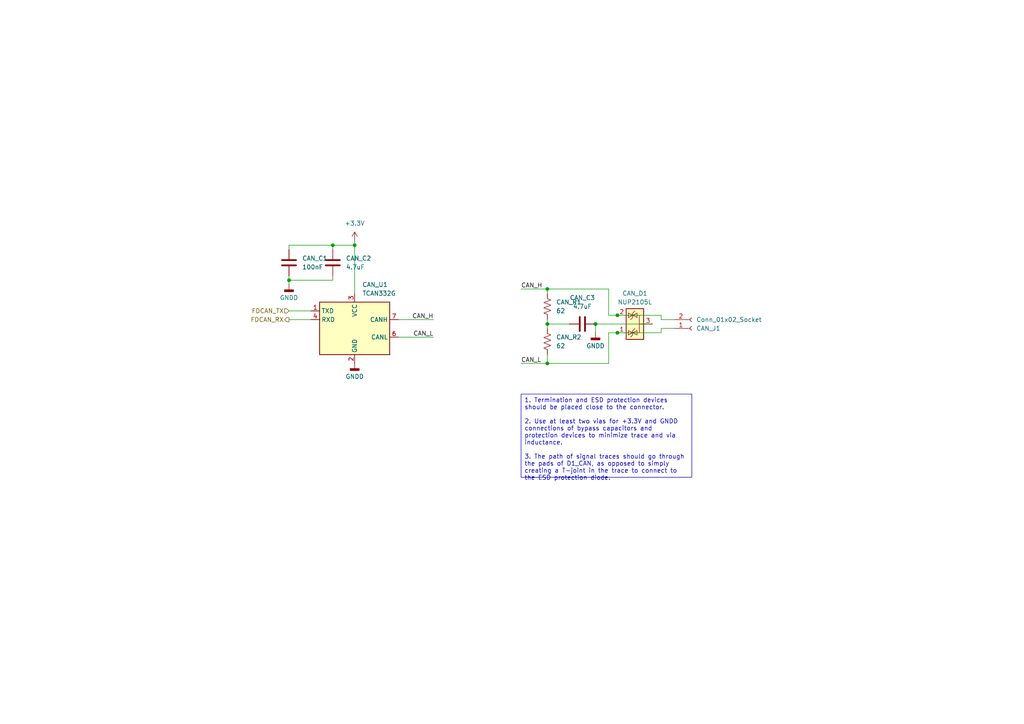
<source format=kicad_sch>
(kicad_sch (version 20231120) (generator "eeschema") (generator_version "8.0")
  (paper "A4")
  (lib_symbols
    (symbol "Connector:Conn_01x02_Socket" (pin_names (offset 1.016) hide)
      (property "Reference" "J" (at 0 2.54 0))
      (property "Value" "Conn_01x02_Socket" (at 0 -5.08 0))
      (symbol "Conn_01x02_Socket_1_1"
        (arc (start 0 -2.032) (mid -0.5058 -2.54) (end 0 -3.048) (stroke (width 0.1524)))
        (polyline (pts (xy -1.27 -2.54) (xy -0.508 -2.54)) (stroke (width 0.1524)))
        (polyline (pts (xy -1.27 0) (xy -0.508 0)) (stroke (width 0.1524)))
        (arc (start 0 0.508) (mid -0.5058 0) (end 0 -0.508) (stroke (width 0.1524)))
        (pin passive line (at -5.08 0 0) (length 3.81) (name "Pin_1") (number "1"))
        (pin passive line (at -5.08 -2.54 0) (length 3.81) (name "Pin_2") (number "2"))
      )
    )
    (symbol "Device:C" (pin_numbers hide) (pin_names (offset 0.254))
      (property "Reference" "C" (at 0.635 2.54 0))
      (property "Value" "C" (at 0.635 -2.54 0))
      (symbol "C_0_1"
        (polyline (pts (xy -2.032 -0.762) (xy 2.032 -0.762)) (stroke (width 0.508)))
        (polyline (pts (xy -2.032 0.762) (xy 2.032 0.762)) (stroke (width 0.508)))
      )
      (symbol "C_1_1"
        (pin passive line (at 0 3.81 270) (length 2.794) (name "~") (number "1"))
        (pin passive line (at 0 -3.81 90) (length 2.794) (name "~") (number "2"))
      )
    )
    (symbol "Device:R_US" (pin_numbers hide) (pin_names (offset 0))
      (property "Reference" "R" (at 2.54 0 90))
      (property "Value" "R_US" (at -2.54 0 90))
      (symbol "R_US_0_1"
        (polyline (pts (xy 0 -2.286) (xy 0 -2.54)))
        (polyline (pts (xy 0 2.286) (xy 0 2.54)))
        (polyline (pts (xy 0 -0.762) (xy 1.016 -1.143) (xy 0 -1.524) (xy -1.016 -1.905) (xy 0 -2.286)))
        (polyline (pts (xy 0 0.762) (xy 1.016 0.381) (xy 0 0) (xy -1.016 -0.381) (xy 0 -0.762)))
        (polyline (pts (xy 0 2.286) (xy 1.016 1.905) (xy 0 1.524) (xy -1.016 1.143) (xy 0 0.762)))
      )
      (symbol "R_US_1_1"
        (pin passive line (at 0 3.81 270) (length 1.27) (name "~") (number "1"))
        (pin passive line (at 0 -3.81 90) (length 1.27) (name "~") (number "2"))
      )
    )
    (symbol "Interface_CAN_LIN:TCAN332G"
      (property "Reference" "U" (at -10.16 8.89 0))
      (property "Value" "TCAN332G" (at 2.54 8.89 0))
      (symbol "TCAN332G_0_1"
        (rectangle (start -10.16 7.62) (end 10.16 -7.62) (stroke (width 0.254)) (fill (type background)))
      )
      (symbol "TCAN332G_1_1"
        (pin input line (at -12.7 5.08 0) (length 2.54) (name "TXD") (number "1"))
        (pin power_in line (at 0 -10.16 90) (length 2.54) (name "GND") (number "2"))
        (pin power_in line (at 0 10.16 270) (length 2.54) (name "VCC") (number "3"))
        (pin tri_state line (at -12.7 2.54 0) (length 2.54) (name "RXD") (number "4"))
        (pin no_connect line (at -10.16 -2.54 0) (length 2.54) hide (name "NC") (number "5"))
        (pin bidirectional line (at 12.7 -2.54 180) (length 2.54) (name "CANL") (number "6"))
        (pin bidirectional line (at 12.7 2.54 180) (length 2.54) (name "CANH") (number "7"))
        (pin no_connect line (at -10.16 -5.08 0) (length 2.54) hide (name "NC") (number "8"))
      )
    )
    (symbol "Power_Protection:NUP2105L" (pin_names hide)
      (property "Reference" "D" (at 5.715 2.54 0))
      (property "Value" "NUP2105L" (at 5.715 0.635 0))
      (symbol "NUP2105L_0_0"
        (pin passive line (at 0 -5.08 90) (length 2.54) (name "A") (number "3"))
      )
      (symbol "NUP2105L_0_1"
        (rectangle (start -4.445 2.54) (end 4.445 -2.54) (stroke (width 0.254)) (fill (type background)))
        (polyline (pts (xy -2.54 2.54) (xy -2.54 0.635)))
        (polyline (pts (xy 0 -1.27) (xy 0 -2.54)))
        (polyline (pts (xy 2.54 2.54) (xy 2.54 0.635)))
        (polyline (pts (xy -3.81 1.27) (xy -3.175 0.635) (xy -1.905 0.635) (xy -1.27 0)))
        (polyline (pts (xy -2.54 0.635) (xy -2.54 -1.27) (xy 2.54 -1.27) (xy 2.54 0.635)))
        (polyline (pts (xy -2.54 0.635) (xy -1.905 -0.635) (xy -3.175 -0.635) (xy -2.54 0.635)))
        (polyline (pts (xy 2.54 0.635) (xy 1.905 -0.635) (xy 3.175 -0.635) (xy 2.54 0.635)))
        (polyline (pts (xy 2.54 0.635) (xy 3.175 1.905) (xy 1.905 1.905) (xy 2.54 0.635)))
        (polyline (pts (xy -2.54 0.635) (xy -3.175 1.905) (xy -1.905 1.905) (xy -2.54 0.635) (xy -2.54 1.27)))
        (polyline (pts (xy 1.27 1.27) (xy 1.905 0.635) (xy 2.54 0.635) (xy 3.175 0.635) (xy 3.81 0)))
      )
      (symbol "NUP2105L_1_1"
        (pin passive line (at -2.54 5.08 270) (length 2.54) (name "K") (number "1"))
        (pin passive line (at 2.54 5.08 270) (length 2.54) (name "K") (number "2"))
      )
    )
    (symbol "power:+3.3V" (power) (pin_numbers hide) (pin_names (offset 0) hide)
      (property "Value" "+3.3V" (at 0 3.556 0))
      (symbol "+3.3V_0_1"
        (polyline (pts (xy -0.762 1.27) (xy 0 2.54)))
        (polyline (pts (xy 0 0) (xy 0 2.54)))
        (polyline (pts (xy 0 2.54) (xy 0.762 1.27)))
      )
      (symbol "+3.3V_1_1"
        (pin power_in line (at 0 0 90) (length 0) (name "~") (number "1"))
      )
    )
    (symbol "power:GNDD" (power) (pin_numbers hide) (pin_names (offset 0) hide)
      (property "Value" "GNDD" (at 0 -3.175 0))
      (symbol "GNDD_0_1"
        (rectangle (start -1.27 -1.524) (end 1.27 -2.032) (stroke (width 0.254)) (fill (type outline)))
        (polyline (pts (xy 0 0) (xy 0 -1.524)))
      )
      (symbol "GNDD_1_1"
        (pin power_in line (at 0 0 270) (length 0) (name "~") (number "1"))
      )
    )
  )
  (junction (at 179.07 91.44))
  (junction (at 158.75 105.41))
  (junction (at 179.07 96.52))
  (junction (at 83.82 81.28))
  (junction (at 158.75 83.82))
  (junction (at 158.75 93.98))
  (junction (at 96.52 71.12))
  (junction (at 102.87 71.12))
  (junction (at 172.72 93.98))
  (wire (pts (xy 176.53 96.52) (xy 176.53 105.41)))
  (wire (pts (xy 158.75 83.82) (xy 176.53 83.82)))
  (wire (pts (xy 125.73 97.79) (xy 115.57 97.79)))
  (wire (pts (xy 96.52 71.12) (xy 102.87 71.12)))
  (wire (pts (xy 158.75 83.82) (xy 158.75 85.09)))
  (wire (pts (xy 83.82 90.17) (xy 90.17 90.17)))
  (wire (pts (xy 179.07 96.52) (xy 176.53 96.52)))
  (wire (pts (xy 179.07 96.52) (xy 191.77 96.52)))
  (wire (pts (xy 96.52 71.12) (xy 96.52 72.39)))
  (wire (pts (xy 172.72 93.98) (xy 172.72 96.52)))
  (wire (pts (xy 151.13 83.82) (xy 158.75 83.82)))
  (wire (pts (xy 172.72 93.98) (xy 189.23 93.98)))
  (wire (pts (xy 191.77 92.71) (xy 191.77 91.44)))
  (wire (pts (xy 158.75 105.41) (xy 158.75 102.87)))
  (wire (pts (xy 125.73 92.71) (xy 115.57 92.71)))
  (wire (pts (xy 83.82 92.71) (xy 90.17 92.71)))
  (wire (pts (xy 96.52 81.28) (xy 96.52 80.01)))
  (wire (pts (xy 158.75 95.25) (xy 158.75 93.98)))
  (wire (pts (xy 195.58 92.71) (xy 191.77 92.71)))
  (wire (pts (xy 102.87 71.12) (xy 102.87 85.09)))
  (wire (pts (xy 179.07 91.44) (xy 176.53 91.44)))
  (wire (pts (xy 83.82 82.55) (xy 83.82 81.28)))
  (wire (pts (xy 158.75 105.41) (xy 176.53 105.41)))
  (wire (pts (xy 191.77 95.25) (xy 195.58 95.25)))
  (wire (pts (xy 179.07 91.44) (xy 191.77 91.44)))
  (wire (pts (xy 83.82 81.28) (xy 83.82 80.01)))
  (wire (pts (xy 176.53 91.44) (xy 176.53 83.82)))
  (wire (pts (xy 83.82 71.12) (xy 96.52 71.12)))
  (wire (pts (xy 158.75 93.98) (xy 165.1 93.98)))
  (wire (pts (xy 83.82 81.28) (xy 96.52 81.28)))
  (wire (pts (xy 191.77 96.52) (xy 191.77 95.25)))
  (wire (pts (xy 151.13 105.41) (xy 158.75 105.41)))
  (wire (pts (xy 158.75 93.98) (xy 158.75 92.71)))
  (wire (pts (xy 102.87 69.85) (xy 102.87 71.12)))
  (wire (pts (xy 83.82 71.12) (xy 83.82 72.39)))
  (text_box "1. Termination and ESD protection devices should be placed close to the connector. \n\n2. Use at least two vias for +3.3V and GNDD connections of bypass capacitors and protection devices to minimize trace and via inductance.\n\n3. The path of signal traces should go through the pads of D1_CAN, as opposed to simply creating a T-joint in the trace to connect to the ESD protection diode." (at 151.13 114.3 0) (size 49.53 24.13) (effects (font (size 1.27 1.27)) (justify left top)))
  (label "CAN_H" (at 125.73 92.71 180))
  (label "CAN_L" (at 125.73 97.79 180))
  (label "CAN_L" (at 151.13 105.41 0))
  (label "CAN_H" (at 151.13 83.82 0))
  (hierarchical_label "FDCAN_TX" (shape input) (at 83.82 90.17 180))
  (hierarchical_label "FDCAN_RX" (shape output) (at 83.82 92.71 180))
  (symbol (lib_id "Power_Protection:NUP2105L") (at 184.15 93.98 90) (unit 1)
    (property "Reference" "CAN_D1" (at 184.15 85.09 90))
    (property "Value" "NUP2105L" (at 184.15 87.63 90))
    (property "Footprint" "Package_TO_SOT_SMD:SOT-23" (effects (hide yes)))
    (property "Datasheet" "https://www.onsemi.com/pub_link/Collateral/NUP2105L-D.PDF" (effects (hide yes)))
    (property "Description" "Dual Line CAN Bus Protector, 24Vrwm" (effects (hide yes)))
  )
  (symbol (lib_id "power:GNDD") (at 172.72 96.52 0) (unit 1)
    (property "Reference" "#PWR054" (effects (hide yes)))
    (property "Value" "GNDD" (at 172.72 100.33 0))
    (property "Description" "Power symbol creates a global label with name \"GNDD\" , digital ground" (effects (hide yes)))
  )
  (symbol (lib_id "Device:R_US") (at 158.75 99.06 0) (unit 1)
    (property "Reference" "CAN_R2" (at 161.29 97.7899 0) (effects (justify left)))
    (property "Value" "62" (at 161.29 100.3299 0) (effects (justify left)))
    (property "Footprint" "Resistor_SMD:R_0805_2012Metric_Pad1.20x1.40mm_HandSolder" (effects (hide yes)))
    (property "Description" "Resistor, US symbol" (effects (hide yes)))
  )
  (symbol (lib_id "Device:C") (at 96.52 76.2 0) (unit 1)
    (property "Reference" "CAN_C2" (at 100.33 74.9299 0) (effects (justify left)))
    (property "Value" "4.7uF" (at 100.33 77.4699 0) (effects (justify left)))
    (property "Footprint" "Capacitor_SMD:C_0603_1608Metric_Pad1.08x0.95mm_HandSolder" (effects (hide yes)))
    (property "Description" "Unpolarized capacitor" (effects (hide yes)))
  )
  (symbol (lib_id "power:GNDD") (at 83.82 82.55 0) (unit 1)
    (property "Reference" "#PWR051" (effects (hide yes)))
    (property "Value" "GNDD" (at 83.82 86.36 0))
    (property "Description" "Power symbol creates a global label with name \"GNDD\" , digital ground" (effects (hide yes)))
  )
  (symbol (lib_id "Device:C") (at 168.91 93.98 90) (unit 1)
    (property "Reference" "CAN_C3" (at 168.91 86.36 90))
    (property "Value" "4.7uF" (at 168.91 88.9 90))
    (property "Footprint" "Capacitor_SMD:C_0603_1608Metric_Pad1.08x0.95mm_HandSolder" (effects (hide yes)))
    (property "Description" "Unpolarized capacitor" (effects (hide yes)))
  )
  (symbol (lib_id "Connector:Conn_01x02_Socket") (at 200.66 95.25 0) (mirror x) (unit 1)
    (property "Reference" "CAN_J1" (at 201.93 95.2501 0) (effects (justify left)))
    (property "Value" "Conn_01x02_Socket" (at 201.93 92.7101 0) (effects (justify left)))
    (property "Footprint" "Connector_Phoenix_MSTB:PhoenixContact_MSTB_2,5_2-GF-5,08_1x02_P5.08mm_Horizontal_ThreadedFlange_MountHole" (effects (hide yes)))
    (property "Description" "Generic connector, single row, 01x02, script generated" (effects (hide yes)))
  )
  (symbol (lib_id "power:+3.3V") (at 102.87 69.85 0) (unit 1)
    (property "Reference" "#PWR052" (effects (hide yes)))
    (property "Value" "+3.3V" (at 102.87 64.77 0))
    (property "Description" "Power symbol creates a global label with name \"+3.3V\"" (effects (hide yes)))
  )
  (symbol (lib_id "Interface_CAN_LIN:TCAN332G") (at 102.87 95.25 0) (unit 1)
    (property "Reference" "CAN_U1" (at 105.0641 82.55 0) (effects (justify left)))
    (property "Value" "TCAN332G" (at 105.0641 85.09 0) (effects (justify left)))
    (property "Footprint" "Package_SO:SOIC-8_3.9x4.9mm_P1.27mm" (effects (hide yes)))
    (property "Datasheet" "http://www.ti.com/lit/ds/symlink/tcan337.pdf" (effects (hide yes)))
    (property "Description" "High-Speed CAN Transceiver with CAN FD, 5Mbps, 3.3V supply, SOT-23-8/SOIC-8" (effects (hide yes)))
  )
  (symbol (lib_id "Device:C") (at 83.82 76.2 0) (unit 1)
    (property "Reference" "CAN_C1" (at 87.63 74.9299 0) (effects (justify left)))
    (property "Value" "100nF" (at 87.63 77.4699 0) (effects (justify left)))
    (property "Footprint" "Capacitor_SMD:C_0603_1608Metric_Pad1.08x0.95mm_HandSolder" (effects (hide yes)))
    (property "Description" "Unpolarized capacitor" (effects (hide yes)))
  )
  (symbol (lib_id "power:GNDD") (at 102.87 105.41 0) (unit 1)
    (property "Reference" "#PWR053" (effects (hide yes)))
    (property "Value" "GNDD" (at 102.87 109.22 0))
    (property "Description" "Power symbol creates a global label with name \"GNDD\" , digital ground" (effects (hide yes)))
  )
  (symbol (lib_id "Device:R_US") (at 158.75 88.9 0) (unit 1)
    (property "Reference" "CAN_R1" (at 161.29 87.6299 0) (effects (justify left)))
    (property "Value" "62" (at 161.29 90.1699 0) (effects (justify left)))
    (property "Footprint" "Resistor_SMD:R_0805_2012Metric_Pad1.20x1.40mm_HandSolder" (effects (hide yes)))
    (property "Description" "Resistor, US symbol" (effects (hide yes)))
  )
)
</source>
